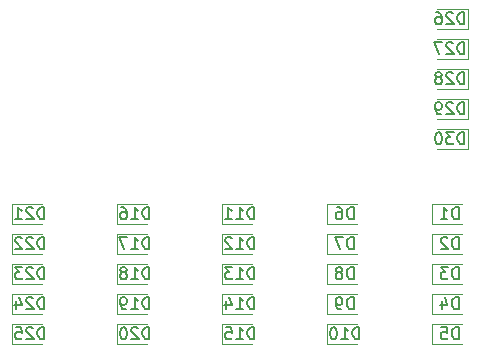
<source format=gbr>
%TF.GenerationSoftware,KiCad,Pcbnew,6.0.1-79c1e3a40b~116~ubuntu20.04.1*%
%TF.CreationDate,2022-02-08T10:59:44-05:00*%
%TF.ProjectId,gameKey-PCB-MainControl,67616d65-4b65-4792-9d50-43422d4d6169,rev?*%
%TF.SameCoordinates,Original*%
%TF.FileFunction,Legend,Bot*%
%TF.FilePolarity,Positive*%
%FSLAX46Y46*%
G04 Gerber Fmt 4.6, Leading zero omitted, Abs format (unit mm)*
G04 Created by KiCad (PCBNEW 6.0.1-79c1e3a40b~116~ubuntu20.04.1) date 2022-02-08 10:59:44*
%MOMM*%
%LPD*%
G01*
G04 APERTURE LIST*
%ADD10C,0.150000*%
%ADD11C,0.120000*%
G04 APERTURE END LIST*
D10*
%TO.C,D6*%
X35663095Y12247619D02*
X35663095Y13247619D01*
X35425000Y13247619D01*
X35282142Y13200000D01*
X35186904Y13104761D01*
X35139285Y13009523D01*
X35091666Y12819047D01*
X35091666Y12676190D01*
X35139285Y12485714D01*
X35186904Y12390476D01*
X35282142Y12295238D01*
X35425000Y12247619D01*
X35663095Y12247619D01*
X34234523Y13247619D02*
X34425000Y13247619D01*
X34520238Y13200000D01*
X34567857Y13152380D01*
X34663095Y13009523D01*
X34710714Y12819047D01*
X34710714Y12438095D01*
X34663095Y12342857D01*
X34615476Y12295238D01*
X34520238Y12247619D01*
X34329761Y12247619D01*
X34234523Y12295238D01*
X34186904Y12342857D01*
X34139285Y12438095D01*
X34139285Y12676190D01*
X34186904Y12771428D01*
X34234523Y12819047D01*
X34329761Y12866666D01*
X34520238Y12866666D01*
X34615476Y12819047D01*
X34663095Y12771428D01*
X34710714Y12676190D01*
%TO.C,D7*%
X35663095Y9707619D02*
X35663095Y10707619D01*
X35425000Y10707619D01*
X35282142Y10660000D01*
X35186904Y10564761D01*
X35139285Y10469523D01*
X35091666Y10279047D01*
X35091666Y10136190D01*
X35139285Y9945714D01*
X35186904Y9850476D01*
X35282142Y9755238D01*
X35425000Y9707619D01*
X35663095Y9707619D01*
X34758333Y10707619D02*
X34091666Y10707619D01*
X34520238Y9707619D01*
%TO.C,D8*%
X35663095Y7167619D02*
X35663095Y8167619D01*
X35425000Y8167619D01*
X35282142Y8120000D01*
X35186904Y8024761D01*
X35139285Y7929523D01*
X35091666Y7739047D01*
X35091666Y7596190D01*
X35139285Y7405714D01*
X35186904Y7310476D01*
X35282142Y7215238D01*
X35425000Y7167619D01*
X35663095Y7167619D01*
X34520238Y7739047D02*
X34615476Y7786666D01*
X34663095Y7834285D01*
X34710714Y7929523D01*
X34710714Y7977142D01*
X34663095Y8072380D01*
X34615476Y8120000D01*
X34520238Y8167619D01*
X34329761Y8167619D01*
X34234523Y8120000D01*
X34186904Y8072380D01*
X34139285Y7977142D01*
X34139285Y7929523D01*
X34186904Y7834285D01*
X34234523Y7786666D01*
X34329761Y7739047D01*
X34520238Y7739047D01*
X34615476Y7691428D01*
X34663095Y7643809D01*
X34710714Y7548571D01*
X34710714Y7358095D01*
X34663095Y7262857D01*
X34615476Y7215238D01*
X34520238Y7167619D01*
X34329761Y7167619D01*
X34234523Y7215238D01*
X34186904Y7262857D01*
X34139285Y7358095D01*
X34139285Y7548571D01*
X34186904Y7643809D01*
X34234523Y7691428D01*
X34329761Y7739047D01*
%TO.C,D9*%
X35663095Y4627619D02*
X35663095Y5627619D01*
X35425000Y5627619D01*
X35282142Y5580000D01*
X35186904Y5484761D01*
X35139285Y5389523D01*
X35091666Y5199047D01*
X35091666Y5056190D01*
X35139285Y4865714D01*
X35186904Y4770476D01*
X35282142Y4675238D01*
X35425000Y4627619D01*
X35663095Y4627619D01*
X34615476Y4627619D02*
X34425000Y4627619D01*
X34329761Y4675238D01*
X34282142Y4722857D01*
X34186904Y4865714D01*
X34139285Y5056190D01*
X34139285Y5437142D01*
X34186904Y5532380D01*
X34234523Y5580000D01*
X34329761Y5627619D01*
X34520238Y5627619D01*
X34615476Y5580000D01*
X34663095Y5532380D01*
X34710714Y5437142D01*
X34710714Y5199047D01*
X34663095Y5103809D01*
X34615476Y5056190D01*
X34520238Y5008571D01*
X34329761Y5008571D01*
X34234523Y5056190D01*
X34186904Y5103809D01*
X34139285Y5199047D01*
%TO.C,D10*%
X36139285Y2087619D02*
X36139285Y3087619D01*
X35901190Y3087619D01*
X35758333Y3040000D01*
X35663095Y2944761D01*
X35615476Y2849523D01*
X35567857Y2659047D01*
X35567857Y2516190D01*
X35615476Y2325714D01*
X35663095Y2230476D01*
X35758333Y2135238D01*
X35901190Y2087619D01*
X36139285Y2087619D01*
X34615476Y2087619D02*
X35186904Y2087619D01*
X34901190Y2087619D02*
X34901190Y3087619D01*
X34996428Y2944761D01*
X35091666Y2849523D01*
X35186904Y2801904D01*
X33996428Y3087619D02*
X33901190Y3087619D01*
X33805952Y3040000D01*
X33758333Y2992380D01*
X33710714Y2897142D01*
X33663095Y2706666D01*
X33663095Y2468571D01*
X33710714Y2278095D01*
X33758333Y2182857D01*
X33805952Y2135238D01*
X33901190Y2087619D01*
X33996428Y2087619D01*
X34091666Y2135238D01*
X34139285Y2182857D01*
X34186904Y2278095D01*
X34234523Y2468571D01*
X34234523Y2706666D01*
X34186904Y2897142D01*
X34139285Y2992380D01*
X34091666Y3040000D01*
X33996428Y3087619D01*
%TO.C,D11*%
X27249285Y12247619D02*
X27249285Y13247619D01*
X27011190Y13247619D01*
X26868333Y13200000D01*
X26773095Y13104761D01*
X26725476Y13009523D01*
X26677857Y12819047D01*
X26677857Y12676190D01*
X26725476Y12485714D01*
X26773095Y12390476D01*
X26868333Y12295238D01*
X27011190Y12247619D01*
X27249285Y12247619D01*
X25725476Y12247619D02*
X26296904Y12247619D01*
X26011190Y12247619D02*
X26011190Y13247619D01*
X26106428Y13104761D01*
X26201666Y13009523D01*
X26296904Y12961904D01*
X24773095Y12247619D02*
X25344523Y12247619D01*
X25058809Y12247619D02*
X25058809Y13247619D01*
X25154047Y13104761D01*
X25249285Y13009523D01*
X25344523Y12961904D01*
%TO.C,D12*%
X27249285Y9707619D02*
X27249285Y10707619D01*
X27011190Y10707619D01*
X26868333Y10660000D01*
X26773095Y10564761D01*
X26725476Y10469523D01*
X26677857Y10279047D01*
X26677857Y10136190D01*
X26725476Y9945714D01*
X26773095Y9850476D01*
X26868333Y9755238D01*
X27011190Y9707619D01*
X27249285Y9707619D01*
X25725476Y9707619D02*
X26296904Y9707619D01*
X26011190Y9707619D02*
X26011190Y10707619D01*
X26106428Y10564761D01*
X26201666Y10469523D01*
X26296904Y10421904D01*
X25344523Y10612380D02*
X25296904Y10660000D01*
X25201666Y10707619D01*
X24963571Y10707619D01*
X24868333Y10660000D01*
X24820714Y10612380D01*
X24773095Y10517142D01*
X24773095Y10421904D01*
X24820714Y10279047D01*
X25392142Y9707619D01*
X24773095Y9707619D01*
%TO.C,D13*%
X27249285Y7167619D02*
X27249285Y8167619D01*
X27011190Y8167619D01*
X26868333Y8120000D01*
X26773095Y8024761D01*
X26725476Y7929523D01*
X26677857Y7739047D01*
X26677857Y7596190D01*
X26725476Y7405714D01*
X26773095Y7310476D01*
X26868333Y7215238D01*
X27011190Y7167619D01*
X27249285Y7167619D01*
X25725476Y7167619D02*
X26296904Y7167619D01*
X26011190Y7167619D02*
X26011190Y8167619D01*
X26106428Y8024761D01*
X26201666Y7929523D01*
X26296904Y7881904D01*
X25392142Y8167619D02*
X24773095Y8167619D01*
X25106428Y7786666D01*
X24963571Y7786666D01*
X24868333Y7739047D01*
X24820714Y7691428D01*
X24773095Y7596190D01*
X24773095Y7358095D01*
X24820714Y7262857D01*
X24868333Y7215238D01*
X24963571Y7167619D01*
X25249285Y7167619D01*
X25344523Y7215238D01*
X25392142Y7262857D01*
%TO.C,D14*%
X27249285Y4627619D02*
X27249285Y5627619D01*
X27011190Y5627619D01*
X26868333Y5580000D01*
X26773095Y5484761D01*
X26725476Y5389523D01*
X26677857Y5199047D01*
X26677857Y5056190D01*
X26725476Y4865714D01*
X26773095Y4770476D01*
X26868333Y4675238D01*
X27011190Y4627619D01*
X27249285Y4627619D01*
X25725476Y4627619D02*
X26296904Y4627619D01*
X26011190Y4627619D02*
X26011190Y5627619D01*
X26106428Y5484761D01*
X26201666Y5389523D01*
X26296904Y5341904D01*
X24868333Y5294285D02*
X24868333Y4627619D01*
X25106428Y5675238D02*
X25344523Y4960952D01*
X24725476Y4960952D01*
%TO.C,D15*%
X27249285Y2087619D02*
X27249285Y3087619D01*
X27011190Y3087619D01*
X26868333Y3040000D01*
X26773095Y2944761D01*
X26725476Y2849523D01*
X26677857Y2659047D01*
X26677857Y2516190D01*
X26725476Y2325714D01*
X26773095Y2230476D01*
X26868333Y2135238D01*
X27011190Y2087619D01*
X27249285Y2087619D01*
X25725476Y2087619D02*
X26296904Y2087619D01*
X26011190Y2087619D02*
X26011190Y3087619D01*
X26106428Y2944761D01*
X26201666Y2849523D01*
X26296904Y2801904D01*
X24820714Y3087619D02*
X25296904Y3087619D01*
X25344523Y2611428D01*
X25296904Y2659047D01*
X25201666Y2706666D01*
X24963571Y2706666D01*
X24868333Y2659047D01*
X24820714Y2611428D01*
X24773095Y2516190D01*
X24773095Y2278095D01*
X24820714Y2182857D01*
X24868333Y2135238D01*
X24963571Y2087619D01*
X25201666Y2087619D01*
X25296904Y2135238D01*
X25344523Y2182857D01*
%TO.C,D16*%
X18359285Y12247619D02*
X18359285Y13247619D01*
X18121190Y13247619D01*
X17978333Y13200000D01*
X17883095Y13104761D01*
X17835476Y13009523D01*
X17787857Y12819047D01*
X17787857Y12676190D01*
X17835476Y12485714D01*
X17883095Y12390476D01*
X17978333Y12295238D01*
X18121190Y12247619D01*
X18359285Y12247619D01*
X16835476Y12247619D02*
X17406904Y12247619D01*
X17121190Y12247619D02*
X17121190Y13247619D01*
X17216428Y13104761D01*
X17311666Y13009523D01*
X17406904Y12961904D01*
X15978333Y13247619D02*
X16168809Y13247619D01*
X16264047Y13200000D01*
X16311666Y13152380D01*
X16406904Y13009523D01*
X16454523Y12819047D01*
X16454523Y12438095D01*
X16406904Y12342857D01*
X16359285Y12295238D01*
X16264047Y12247619D01*
X16073571Y12247619D01*
X15978333Y12295238D01*
X15930714Y12342857D01*
X15883095Y12438095D01*
X15883095Y12676190D01*
X15930714Y12771428D01*
X15978333Y12819047D01*
X16073571Y12866666D01*
X16264047Y12866666D01*
X16359285Y12819047D01*
X16406904Y12771428D01*
X16454523Y12676190D01*
%TO.C,D17*%
X18359285Y9707619D02*
X18359285Y10707619D01*
X18121190Y10707619D01*
X17978333Y10660000D01*
X17883095Y10564761D01*
X17835476Y10469523D01*
X17787857Y10279047D01*
X17787857Y10136190D01*
X17835476Y9945714D01*
X17883095Y9850476D01*
X17978333Y9755238D01*
X18121190Y9707619D01*
X18359285Y9707619D01*
X16835476Y9707619D02*
X17406904Y9707619D01*
X17121190Y9707619D02*
X17121190Y10707619D01*
X17216428Y10564761D01*
X17311666Y10469523D01*
X17406904Y10421904D01*
X16502142Y10707619D02*
X15835476Y10707619D01*
X16264047Y9707619D01*
%TO.C,D18*%
X18359285Y7167619D02*
X18359285Y8167619D01*
X18121190Y8167619D01*
X17978333Y8120000D01*
X17883095Y8024761D01*
X17835476Y7929523D01*
X17787857Y7739047D01*
X17787857Y7596190D01*
X17835476Y7405714D01*
X17883095Y7310476D01*
X17978333Y7215238D01*
X18121190Y7167619D01*
X18359285Y7167619D01*
X16835476Y7167619D02*
X17406904Y7167619D01*
X17121190Y7167619D02*
X17121190Y8167619D01*
X17216428Y8024761D01*
X17311666Y7929523D01*
X17406904Y7881904D01*
X16264047Y7739047D02*
X16359285Y7786666D01*
X16406904Y7834285D01*
X16454523Y7929523D01*
X16454523Y7977142D01*
X16406904Y8072380D01*
X16359285Y8120000D01*
X16264047Y8167619D01*
X16073571Y8167619D01*
X15978333Y8120000D01*
X15930714Y8072380D01*
X15883095Y7977142D01*
X15883095Y7929523D01*
X15930714Y7834285D01*
X15978333Y7786666D01*
X16073571Y7739047D01*
X16264047Y7739047D01*
X16359285Y7691428D01*
X16406904Y7643809D01*
X16454523Y7548571D01*
X16454523Y7358095D01*
X16406904Y7262857D01*
X16359285Y7215238D01*
X16264047Y7167619D01*
X16073571Y7167619D01*
X15978333Y7215238D01*
X15930714Y7262857D01*
X15883095Y7358095D01*
X15883095Y7548571D01*
X15930714Y7643809D01*
X15978333Y7691428D01*
X16073571Y7739047D01*
%TO.C,D19*%
X18359285Y4627619D02*
X18359285Y5627619D01*
X18121190Y5627619D01*
X17978333Y5580000D01*
X17883095Y5484761D01*
X17835476Y5389523D01*
X17787857Y5199047D01*
X17787857Y5056190D01*
X17835476Y4865714D01*
X17883095Y4770476D01*
X17978333Y4675238D01*
X18121190Y4627619D01*
X18359285Y4627619D01*
X16835476Y4627619D02*
X17406904Y4627619D01*
X17121190Y4627619D02*
X17121190Y5627619D01*
X17216428Y5484761D01*
X17311666Y5389523D01*
X17406904Y5341904D01*
X16359285Y4627619D02*
X16168809Y4627619D01*
X16073571Y4675238D01*
X16025952Y4722857D01*
X15930714Y4865714D01*
X15883095Y5056190D01*
X15883095Y5437142D01*
X15930714Y5532380D01*
X15978333Y5580000D01*
X16073571Y5627619D01*
X16264047Y5627619D01*
X16359285Y5580000D01*
X16406904Y5532380D01*
X16454523Y5437142D01*
X16454523Y5199047D01*
X16406904Y5103809D01*
X16359285Y5056190D01*
X16264047Y5008571D01*
X16073571Y5008571D01*
X15978333Y5056190D01*
X15930714Y5103809D01*
X15883095Y5199047D01*
%TO.C,D20*%
X18359285Y2087619D02*
X18359285Y3087619D01*
X18121190Y3087619D01*
X17978333Y3040000D01*
X17883095Y2944761D01*
X17835476Y2849523D01*
X17787857Y2659047D01*
X17787857Y2516190D01*
X17835476Y2325714D01*
X17883095Y2230476D01*
X17978333Y2135238D01*
X18121190Y2087619D01*
X18359285Y2087619D01*
X17406904Y2992380D02*
X17359285Y3040000D01*
X17264047Y3087619D01*
X17025952Y3087619D01*
X16930714Y3040000D01*
X16883095Y2992380D01*
X16835476Y2897142D01*
X16835476Y2801904D01*
X16883095Y2659047D01*
X17454523Y2087619D01*
X16835476Y2087619D01*
X16216428Y3087619D02*
X16121190Y3087619D01*
X16025952Y3040000D01*
X15978333Y2992380D01*
X15930714Y2897142D01*
X15883095Y2706666D01*
X15883095Y2468571D01*
X15930714Y2278095D01*
X15978333Y2182857D01*
X16025952Y2135238D01*
X16121190Y2087619D01*
X16216428Y2087619D01*
X16311666Y2135238D01*
X16359285Y2182857D01*
X16406904Y2278095D01*
X16454523Y2468571D01*
X16454523Y2706666D01*
X16406904Y2897142D01*
X16359285Y2992380D01*
X16311666Y3040000D01*
X16216428Y3087619D01*
%TO.C,D21*%
X9469285Y12247619D02*
X9469285Y13247619D01*
X9231190Y13247619D01*
X9088333Y13200000D01*
X8993095Y13104761D01*
X8945476Y13009523D01*
X8897857Y12819047D01*
X8897857Y12676190D01*
X8945476Y12485714D01*
X8993095Y12390476D01*
X9088333Y12295238D01*
X9231190Y12247619D01*
X9469285Y12247619D01*
X8516904Y13152380D02*
X8469285Y13200000D01*
X8374047Y13247619D01*
X8135952Y13247619D01*
X8040714Y13200000D01*
X7993095Y13152380D01*
X7945476Y13057142D01*
X7945476Y12961904D01*
X7993095Y12819047D01*
X8564523Y12247619D01*
X7945476Y12247619D01*
X6993095Y12247619D02*
X7564523Y12247619D01*
X7278809Y12247619D02*
X7278809Y13247619D01*
X7374047Y13104761D01*
X7469285Y13009523D01*
X7564523Y12961904D01*
%TO.C,D23*%
X9469285Y7167619D02*
X9469285Y8167619D01*
X9231190Y8167619D01*
X9088333Y8120000D01*
X8993095Y8024761D01*
X8945476Y7929523D01*
X8897857Y7739047D01*
X8897857Y7596190D01*
X8945476Y7405714D01*
X8993095Y7310476D01*
X9088333Y7215238D01*
X9231190Y7167619D01*
X9469285Y7167619D01*
X8516904Y8072380D02*
X8469285Y8120000D01*
X8374047Y8167619D01*
X8135952Y8167619D01*
X8040714Y8120000D01*
X7993095Y8072380D01*
X7945476Y7977142D01*
X7945476Y7881904D01*
X7993095Y7739047D01*
X8564523Y7167619D01*
X7945476Y7167619D01*
X7612142Y8167619D02*
X6993095Y8167619D01*
X7326428Y7786666D01*
X7183571Y7786666D01*
X7088333Y7739047D01*
X7040714Y7691428D01*
X6993095Y7596190D01*
X6993095Y7358095D01*
X7040714Y7262857D01*
X7088333Y7215238D01*
X7183571Y7167619D01*
X7469285Y7167619D01*
X7564523Y7215238D01*
X7612142Y7262857D01*
%TO.C,D24*%
X9469285Y4627619D02*
X9469285Y5627619D01*
X9231190Y5627619D01*
X9088333Y5580000D01*
X8993095Y5484761D01*
X8945476Y5389523D01*
X8897857Y5199047D01*
X8897857Y5056190D01*
X8945476Y4865714D01*
X8993095Y4770476D01*
X9088333Y4675238D01*
X9231190Y4627619D01*
X9469285Y4627619D01*
X8516904Y5532380D02*
X8469285Y5580000D01*
X8374047Y5627619D01*
X8135952Y5627619D01*
X8040714Y5580000D01*
X7993095Y5532380D01*
X7945476Y5437142D01*
X7945476Y5341904D01*
X7993095Y5199047D01*
X8564523Y4627619D01*
X7945476Y4627619D01*
X7088333Y5294285D02*
X7088333Y4627619D01*
X7326428Y5675238D02*
X7564523Y4960952D01*
X6945476Y4960952D01*
%TO.C,D25*%
X9469285Y2087619D02*
X9469285Y3087619D01*
X9231190Y3087619D01*
X9088333Y3040000D01*
X8993095Y2944761D01*
X8945476Y2849523D01*
X8897857Y2659047D01*
X8897857Y2516190D01*
X8945476Y2325714D01*
X8993095Y2230476D01*
X9088333Y2135238D01*
X9231190Y2087619D01*
X9469285Y2087619D01*
X8516904Y2992380D02*
X8469285Y3040000D01*
X8374047Y3087619D01*
X8135952Y3087619D01*
X8040714Y3040000D01*
X7993095Y2992380D01*
X7945476Y2897142D01*
X7945476Y2801904D01*
X7993095Y2659047D01*
X8564523Y2087619D01*
X7945476Y2087619D01*
X7040714Y3087619D02*
X7516904Y3087619D01*
X7564523Y2611428D01*
X7516904Y2659047D01*
X7421666Y2706666D01*
X7183571Y2706666D01*
X7088333Y2659047D01*
X7040714Y2611428D01*
X6993095Y2516190D01*
X6993095Y2278095D01*
X7040714Y2182857D01*
X7088333Y2135238D01*
X7183571Y2087619D01*
X7421666Y2087619D01*
X7516904Y2135238D01*
X7564523Y2182857D01*
%TO.C,D22*%
X9469285Y9707619D02*
X9469285Y10707619D01*
X9231190Y10707619D01*
X9088333Y10660000D01*
X8993095Y10564761D01*
X8945476Y10469523D01*
X8897857Y10279047D01*
X8897857Y10136190D01*
X8945476Y9945714D01*
X8993095Y9850476D01*
X9088333Y9755238D01*
X9231190Y9707619D01*
X9469285Y9707619D01*
X8516904Y10612380D02*
X8469285Y10660000D01*
X8374047Y10707619D01*
X8135952Y10707619D01*
X8040714Y10660000D01*
X7993095Y10612380D01*
X7945476Y10517142D01*
X7945476Y10421904D01*
X7993095Y10279047D01*
X8564523Y9707619D01*
X7945476Y9707619D01*
X7564523Y10612380D02*
X7516904Y10660000D01*
X7421666Y10707619D01*
X7183571Y10707619D01*
X7088333Y10660000D01*
X7040714Y10612380D01*
X6993095Y10517142D01*
X6993095Y10421904D01*
X7040714Y10279047D01*
X7612142Y9707619D01*
X6993095Y9707619D01*
%TO.C,D26*%
X45029285Y28757619D02*
X45029285Y29757619D01*
X44791190Y29757619D01*
X44648333Y29710000D01*
X44553095Y29614761D01*
X44505476Y29519523D01*
X44457857Y29329047D01*
X44457857Y29186190D01*
X44505476Y28995714D01*
X44553095Y28900476D01*
X44648333Y28805238D01*
X44791190Y28757619D01*
X45029285Y28757619D01*
X44076904Y29662380D02*
X44029285Y29710000D01*
X43934047Y29757619D01*
X43695952Y29757619D01*
X43600714Y29710000D01*
X43553095Y29662380D01*
X43505476Y29567142D01*
X43505476Y29471904D01*
X43553095Y29329047D01*
X44124523Y28757619D01*
X43505476Y28757619D01*
X42648333Y29757619D02*
X42838809Y29757619D01*
X42934047Y29710000D01*
X42981666Y29662380D01*
X43076904Y29519523D01*
X43124523Y29329047D01*
X43124523Y28948095D01*
X43076904Y28852857D01*
X43029285Y28805238D01*
X42934047Y28757619D01*
X42743571Y28757619D01*
X42648333Y28805238D01*
X42600714Y28852857D01*
X42553095Y28948095D01*
X42553095Y29186190D01*
X42600714Y29281428D01*
X42648333Y29329047D01*
X42743571Y29376666D01*
X42934047Y29376666D01*
X43029285Y29329047D01*
X43076904Y29281428D01*
X43124523Y29186190D01*
%TO.C,D27*%
X45029285Y26217619D02*
X45029285Y27217619D01*
X44791190Y27217619D01*
X44648333Y27170000D01*
X44553095Y27074761D01*
X44505476Y26979523D01*
X44457857Y26789047D01*
X44457857Y26646190D01*
X44505476Y26455714D01*
X44553095Y26360476D01*
X44648333Y26265238D01*
X44791190Y26217619D01*
X45029285Y26217619D01*
X44076904Y27122380D02*
X44029285Y27170000D01*
X43934047Y27217619D01*
X43695952Y27217619D01*
X43600714Y27170000D01*
X43553095Y27122380D01*
X43505476Y27027142D01*
X43505476Y26931904D01*
X43553095Y26789047D01*
X44124523Y26217619D01*
X43505476Y26217619D01*
X43172142Y27217619D02*
X42505476Y27217619D01*
X42934047Y26217619D01*
%TO.C,D28*%
X45029285Y23677619D02*
X45029285Y24677619D01*
X44791190Y24677619D01*
X44648333Y24630000D01*
X44553095Y24534761D01*
X44505476Y24439523D01*
X44457857Y24249047D01*
X44457857Y24106190D01*
X44505476Y23915714D01*
X44553095Y23820476D01*
X44648333Y23725238D01*
X44791190Y23677619D01*
X45029285Y23677619D01*
X44076904Y24582380D02*
X44029285Y24630000D01*
X43934047Y24677619D01*
X43695952Y24677619D01*
X43600714Y24630000D01*
X43553095Y24582380D01*
X43505476Y24487142D01*
X43505476Y24391904D01*
X43553095Y24249047D01*
X44124523Y23677619D01*
X43505476Y23677619D01*
X42934047Y24249047D02*
X43029285Y24296666D01*
X43076904Y24344285D01*
X43124523Y24439523D01*
X43124523Y24487142D01*
X43076904Y24582380D01*
X43029285Y24630000D01*
X42934047Y24677619D01*
X42743571Y24677619D01*
X42648333Y24630000D01*
X42600714Y24582380D01*
X42553095Y24487142D01*
X42553095Y24439523D01*
X42600714Y24344285D01*
X42648333Y24296666D01*
X42743571Y24249047D01*
X42934047Y24249047D01*
X43029285Y24201428D01*
X43076904Y24153809D01*
X43124523Y24058571D01*
X43124523Y23868095D01*
X43076904Y23772857D01*
X43029285Y23725238D01*
X42934047Y23677619D01*
X42743571Y23677619D01*
X42648333Y23725238D01*
X42600714Y23772857D01*
X42553095Y23868095D01*
X42553095Y24058571D01*
X42600714Y24153809D01*
X42648333Y24201428D01*
X42743571Y24249047D01*
%TO.C,D29*%
X45029285Y21137619D02*
X45029285Y22137619D01*
X44791190Y22137619D01*
X44648333Y22090000D01*
X44553095Y21994761D01*
X44505476Y21899523D01*
X44457857Y21709047D01*
X44457857Y21566190D01*
X44505476Y21375714D01*
X44553095Y21280476D01*
X44648333Y21185238D01*
X44791190Y21137619D01*
X45029285Y21137619D01*
X44076904Y22042380D02*
X44029285Y22090000D01*
X43934047Y22137619D01*
X43695952Y22137619D01*
X43600714Y22090000D01*
X43553095Y22042380D01*
X43505476Y21947142D01*
X43505476Y21851904D01*
X43553095Y21709047D01*
X44124523Y21137619D01*
X43505476Y21137619D01*
X43029285Y21137619D02*
X42838809Y21137619D01*
X42743571Y21185238D01*
X42695952Y21232857D01*
X42600714Y21375714D01*
X42553095Y21566190D01*
X42553095Y21947142D01*
X42600714Y22042380D01*
X42648333Y22090000D01*
X42743571Y22137619D01*
X42934047Y22137619D01*
X43029285Y22090000D01*
X43076904Y22042380D01*
X43124523Y21947142D01*
X43124523Y21709047D01*
X43076904Y21613809D01*
X43029285Y21566190D01*
X42934047Y21518571D01*
X42743571Y21518571D01*
X42648333Y21566190D01*
X42600714Y21613809D01*
X42553095Y21709047D01*
%TO.C,D30*%
X45029285Y18597619D02*
X45029285Y19597619D01*
X44791190Y19597619D01*
X44648333Y19550000D01*
X44553095Y19454761D01*
X44505476Y19359523D01*
X44457857Y19169047D01*
X44457857Y19026190D01*
X44505476Y18835714D01*
X44553095Y18740476D01*
X44648333Y18645238D01*
X44791190Y18597619D01*
X45029285Y18597619D01*
X44124523Y19597619D02*
X43505476Y19597619D01*
X43838809Y19216666D01*
X43695952Y19216666D01*
X43600714Y19169047D01*
X43553095Y19121428D01*
X43505476Y19026190D01*
X43505476Y18788095D01*
X43553095Y18692857D01*
X43600714Y18645238D01*
X43695952Y18597619D01*
X43981666Y18597619D01*
X44076904Y18645238D01*
X44124523Y18692857D01*
X42886428Y19597619D02*
X42791190Y19597619D01*
X42695952Y19550000D01*
X42648333Y19502380D01*
X42600714Y19407142D01*
X42553095Y19216666D01*
X42553095Y18978571D01*
X42600714Y18788095D01*
X42648333Y18692857D01*
X42695952Y18645238D01*
X42791190Y18597619D01*
X42886428Y18597619D01*
X42981666Y18645238D01*
X43029285Y18692857D01*
X43076904Y18788095D01*
X43124523Y18978571D01*
X43124523Y19216666D01*
X43076904Y19407142D01*
X43029285Y19502380D01*
X42981666Y19550000D01*
X42886428Y19597619D01*
%TO.C,D5*%
X44553095Y2087619D02*
X44553095Y3087619D01*
X44315000Y3087619D01*
X44172142Y3040000D01*
X44076904Y2944761D01*
X44029285Y2849523D01*
X43981666Y2659047D01*
X43981666Y2516190D01*
X44029285Y2325714D01*
X44076904Y2230476D01*
X44172142Y2135238D01*
X44315000Y2087619D01*
X44553095Y2087619D01*
X43076904Y3087619D02*
X43553095Y3087619D01*
X43600714Y2611428D01*
X43553095Y2659047D01*
X43457857Y2706666D01*
X43219761Y2706666D01*
X43124523Y2659047D01*
X43076904Y2611428D01*
X43029285Y2516190D01*
X43029285Y2278095D01*
X43076904Y2182857D01*
X43124523Y2135238D01*
X43219761Y2087619D01*
X43457857Y2087619D01*
X43553095Y2135238D01*
X43600714Y2182857D01*
%TO.C,D2*%
X44553095Y9707619D02*
X44553095Y10707619D01*
X44315000Y10707619D01*
X44172142Y10660000D01*
X44076904Y10564761D01*
X44029285Y10469523D01*
X43981666Y10279047D01*
X43981666Y10136190D01*
X44029285Y9945714D01*
X44076904Y9850476D01*
X44172142Y9755238D01*
X44315000Y9707619D01*
X44553095Y9707619D01*
X43600714Y10612380D02*
X43553095Y10660000D01*
X43457857Y10707619D01*
X43219761Y10707619D01*
X43124523Y10660000D01*
X43076904Y10612380D01*
X43029285Y10517142D01*
X43029285Y10421904D01*
X43076904Y10279047D01*
X43648333Y9707619D01*
X43029285Y9707619D01*
%TO.C,D4*%
X44553095Y4627619D02*
X44553095Y5627619D01*
X44315000Y5627619D01*
X44172142Y5580000D01*
X44076904Y5484761D01*
X44029285Y5389523D01*
X43981666Y5199047D01*
X43981666Y5056190D01*
X44029285Y4865714D01*
X44076904Y4770476D01*
X44172142Y4675238D01*
X44315000Y4627619D01*
X44553095Y4627619D01*
X43124523Y5294285D02*
X43124523Y4627619D01*
X43362619Y5675238D02*
X43600714Y4960952D01*
X42981666Y4960952D01*
%TO.C,D3*%
X44553095Y7167619D02*
X44553095Y8167619D01*
X44315000Y8167619D01*
X44172142Y8120000D01*
X44076904Y8024761D01*
X44029285Y7929523D01*
X43981666Y7739047D01*
X43981666Y7596190D01*
X44029285Y7405714D01*
X44076904Y7310476D01*
X44172142Y7215238D01*
X44315000Y7167619D01*
X44553095Y7167619D01*
X43648333Y8167619D02*
X43029285Y8167619D01*
X43362619Y7786666D01*
X43219761Y7786666D01*
X43124523Y7739047D01*
X43076904Y7691428D01*
X43029285Y7596190D01*
X43029285Y7358095D01*
X43076904Y7262857D01*
X43124523Y7215238D01*
X43219761Y7167619D01*
X43505476Y7167619D01*
X43600714Y7215238D01*
X43648333Y7262857D01*
%TO.C,D1*%
X44553095Y12247619D02*
X44553095Y13247619D01*
X44315000Y13247619D01*
X44172142Y13200000D01*
X44076904Y13104761D01*
X44029285Y13009523D01*
X43981666Y12819047D01*
X43981666Y12676190D01*
X44029285Y12485714D01*
X44076904Y12390476D01*
X44172142Y12295238D01*
X44315000Y12247619D01*
X44553095Y12247619D01*
X43029285Y12247619D02*
X43600714Y12247619D01*
X43315000Y12247619D02*
X43315000Y13247619D01*
X43410238Y13104761D01*
X43505476Y13009523D01*
X43600714Y12961904D01*
D11*
%TO.C,D6*%
X33425000Y11850000D02*
X33425000Y13550000D01*
X33425000Y13550000D02*
X35975000Y13550000D01*
X33425000Y11850000D02*
X35975000Y11850000D01*
%TO.C,D7*%
X33425000Y9310000D02*
X33425000Y11010000D01*
X33425000Y11010000D02*
X35975000Y11010000D01*
X33425000Y9310000D02*
X35975000Y9310000D01*
%TO.C,D8*%
X33425000Y8470000D02*
X35975000Y8470000D01*
X33425000Y6770000D02*
X35975000Y6770000D01*
X33425000Y6770000D02*
X33425000Y8470000D01*
%TO.C,D9*%
X33425000Y4230000D02*
X35975000Y4230000D01*
X33425000Y5930000D02*
X35975000Y5930000D01*
X33425000Y4230000D02*
X33425000Y5930000D01*
%TO.C,D10*%
X33425000Y1690000D02*
X33425000Y3390000D01*
X33425000Y1690000D02*
X35975000Y1690000D01*
X33425000Y3390000D02*
X35975000Y3390000D01*
%TO.C,D11*%
X24535000Y11850000D02*
X27085000Y11850000D01*
X24535000Y13550000D02*
X27085000Y13550000D01*
X24535000Y11850000D02*
X24535000Y13550000D01*
%TO.C,D12*%
X24535000Y11010000D02*
X27085000Y11010000D01*
X24535000Y9310000D02*
X24535000Y11010000D01*
X24535000Y9310000D02*
X27085000Y9310000D01*
%TO.C,D13*%
X24535000Y6770000D02*
X27085000Y6770000D01*
X24535000Y6770000D02*
X24535000Y8470000D01*
X24535000Y8470000D02*
X27085000Y8470000D01*
%TO.C,D14*%
X24535000Y5930000D02*
X27085000Y5930000D01*
X24535000Y4230000D02*
X24535000Y5930000D01*
X24535000Y4230000D02*
X27085000Y4230000D01*
%TO.C,D15*%
X24535000Y1690000D02*
X24535000Y3390000D01*
X24535000Y1690000D02*
X27085000Y1690000D01*
X24535000Y3390000D02*
X27085000Y3390000D01*
%TO.C,D16*%
X15645000Y11850000D02*
X18195000Y11850000D01*
X15645000Y13550000D02*
X18195000Y13550000D01*
X15645000Y11850000D02*
X15645000Y13550000D01*
%TO.C,D17*%
X15645000Y9310000D02*
X18195000Y9310000D01*
X15645000Y11010000D02*
X18195000Y11010000D01*
X15645000Y9310000D02*
X15645000Y11010000D01*
%TO.C,D18*%
X15645000Y8470000D02*
X18195000Y8470000D01*
X15645000Y6770000D02*
X15645000Y8470000D01*
X15645000Y6770000D02*
X18195000Y6770000D01*
%TO.C,D19*%
X15645000Y4230000D02*
X15645000Y5930000D01*
X15645000Y4230000D02*
X18195000Y4230000D01*
X15645000Y5930000D02*
X18195000Y5930000D01*
%TO.C,D20*%
X15645000Y1690000D02*
X18195000Y1690000D01*
X15645000Y3390000D02*
X18195000Y3390000D01*
X15645000Y1690000D02*
X15645000Y3390000D01*
%TO.C,D21*%
X6755000Y11850000D02*
X9305000Y11850000D01*
X6755000Y11850000D02*
X6755000Y13550000D01*
X6755000Y13550000D02*
X9305000Y13550000D01*
%TO.C,D23*%
X6755000Y6770000D02*
X6755000Y8470000D01*
X6755000Y6770000D02*
X9305000Y6770000D01*
X6755000Y8470000D02*
X9305000Y8470000D01*
%TO.C,D24*%
X6755000Y4230000D02*
X9305000Y4230000D01*
X6755000Y4230000D02*
X6755000Y5930000D01*
X6755000Y5930000D02*
X9305000Y5930000D01*
%TO.C,D25*%
X6755000Y3390000D02*
X9305000Y3390000D01*
X6755000Y1690000D02*
X6755000Y3390000D01*
X6755000Y1690000D02*
X9305000Y1690000D01*
%TO.C,D22*%
X6755000Y9310000D02*
X6755000Y11010000D01*
X6755000Y11010000D02*
X9305000Y11010000D01*
X6755000Y9310000D02*
X9305000Y9310000D01*
%TO.C,D26*%
X45315000Y30060000D02*
X42765000Y30060000D01*
X45315000Y28360000D02*
X42765000Y28360000D01*
X45315000Y30060000D02*
X45315000Y28360000D01*
%TO.C,D27*%
X45315000Y27520000D02*
X42765000Y27520000D01*
X45315000Y25820000D02*
X42765000Y25820000D01*
X45315000Y27520000D02*
X45315000Y25820000D01*
%TO.C,D28*%
X45315000Y24980000D02*
X42765000Y24980000D01*
X45315000Y23280000D02*
X42765000Y23280000D01*
X45315000Y24980000D02*
X45315000Y23280000D01*
%TO.C,D29*%
X45315000Y20740000D02*
X42765000Y20740000D01*
X45315000Y22440000D02*
X42765000Y22440000D01*
X45315000Y22440000D02*
X45315000Y20740000D01*
%TO.C,D30*%
X45315000Y19900000D02*
X45315000Y18200000D01*
X45315000Y18200000D02*
X42765000Y18200000D01*
X45315000Y19900000D02*
X42765000Y19900000D01*
%TO.C,D5*%
X42315000Y1690000D02*
X44865000Y1690000D01*
X42315000Y1690000D02*
X42315000Y3390000D01*
X42315000Y3390000D02*
X44865000Y3390000D01*
%TO.C,D2*%
X42315000Y11010000D02*
X44865000Y11010000D01*
X42315000Y9310000D02*
X42315000Y11010000D01*
X42315000Y9310000D02*
X44865000Y9310000D01*
%TO.C,D4*%
X42315000Y4230000D02*
X42315000Y5930000D01*
X42315000Y5930000D02*
X44865000Y5930000D01*
X42315000Y4230000D02*
X44865000Y4230000D01*
%TO.C,D3*%
X42315000Y6770000D02*
X42315000Y8470000D01*
X42315000Y6770000D02*
X44865000Y6770000D01*
X42315000Y8470000D02*
X44865000Y8470000D01*
%TO.C,D1*%
X42315000Y11850000D02*
X42315000Y13550000D01*
X42315000Y11850000D02*
X44865000Y11850000D01*
X42315000Y13550000D02*
X44865000Y13550000D01*
%TD*%
M02*

</source>
